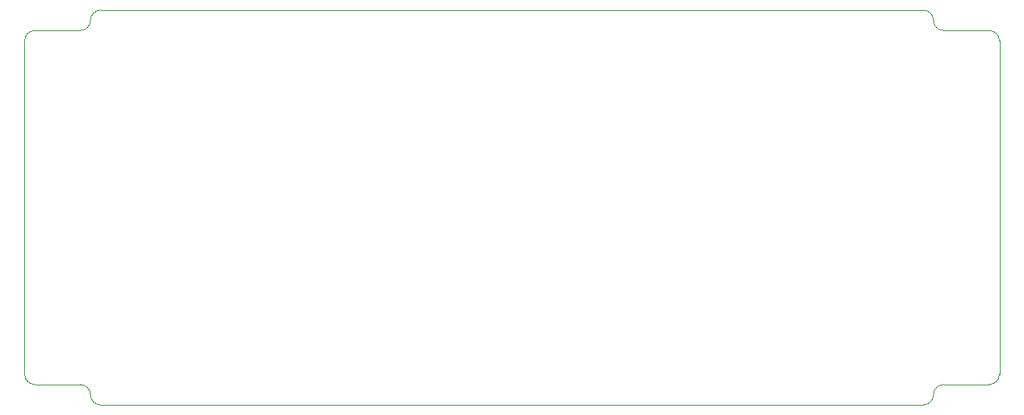
<source format=gko>
G04*
G04 #@! TF.GenerationSoftware,Altium Limited,Altium Designer,23.3.1 (30)*
G04*
G04 Layer_Color=16720538*
%FSLAX25Y25*%
%MOIN*%
G70*
G04*
G04 #@! TF.SameCoordinates,15D68FC8-8055-42D3-B3C9-1605CC88C85B*
G04*
G04*
G04 #@! TF.FilePolarity,Positive*
G04*
G01*
G75*
%ADD47C,0.00100*%
D47*
X-37300Y-26250D02*
G03*
X-32900Y-30650I4400J0D01*
G01*
Y120850D02*
G03*
X-37300Y116450I0J-4400D01*
G01*
X-13500Y120850D02*
G03*
X-9100Y125250I0J4400D01*
G01*
X-4700Y129650D02*
G03*
X-9100Y125250I0J-4400D01*
G01*
X351200D02*
G03*
X346800Y129650I-4400J0D01*
G01*
X351200Y125250D02*
G03*
X355600Y120850I4400J0D01*
G01*
X379400Y116450D02*
G03*
X375000Y120850I-4400J0D01*
G01*
Y-30650D02*
G03*
X379400Y-26250I0J4400D01*
G01*
X355600Y-30650D02*
G03*
X351200Y-35050I0J-4400D01*
G01*
X346800Y-39450D02*
G03*
X351200Y-35050I0J4400D01*
G01*
X-9100D02*
G03*
X-4700Y-39450I4400J0D01*
G01*
X-9100Y-35050D02*
G03*
X-13500Y-30650I-4400J0D01*
G01*
X-37300Y-26250D02*
Y116450D01*
X-32900Y120850D02*
X-13500D01*
X-4700Y129650D02*
X346800D01*
X355600Y120850D02*
X375000D01*
X379400Y-26250D02*
Y116450D01*
X355600Y-30650D02*
X375000D01*
X-4700Y-39450D02*
X346800D01*
X-32900Y-30650D02*
X-13500D01*
M02*

</source>
